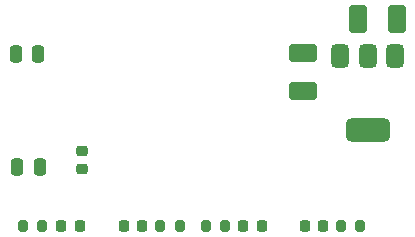
<source format=gbr>
%TF.GenerationSoftware,KiCad,Pcbnew,8.0.7*%
%TF.CreationDate,2025-04-18T18:12:16+03:00*%
%TF.ProjectId,PUBG_KEY,50554247-5f4b-4455-992e-6b696361645f,rev?*%
%TF.SameCoordinates,Original*%
%TF.FileFunction,Paste,Bot*%
%TF.FilePolarity,Positive*%
%FSLAX46Y46*%
G04 Gerber Fmt 4.6, Leading zero omitted, Abs format (unit mm)*
G04 Created by KiCad (PCBNEW 8.0.7) date 2025-04-18 18:12:16*
%MOMM*%
%LPD*%
G01*
G04 APERTURE LIST*
G04 Aperture macros list*
%AMRoundRect*
0 Rectangle with rounded corners*
0 $1 Rounding radius*
0 $2 $3 $4 $5 $6 $7 $8 $9 X,Y pos of 4 corners*
0 Add a 4 corners polygon primitive as box body*
4,1,4,$2,$3,$4,$5,$6,$7,$8,$9,$2,$3,0*
0 Add four circle primitives for the rounded corners*
1,1,$1+$1,$2,$3*
1,1,$1+$1,$4,$5*
1,1,$1+$1,$6,$7*
1,1,$1+$1,$8,$9*
0 Add four rect primitives between the rounded corners*
20,1,$1+$1,$2,$3,$4,$5,0*
20,1,$1+$1,$4,$5,$6,$7,0*
20,1,$1+$1,$6,$7,$8,$9,0*
20,1,$1+$1,$8,$9,$2,$3,0*%
G04 Aperture macros list end*
%ADD10RoundRect,0.250001X0.924999X-0.499999X0.924999X0.499999X-0.924999X0.499999X-0.924999X-0.499999X0*%
%ADD11RoundRect,0.225000X0.225000X0.250000X-0.225000X0.250000X-0.225000X-0.250000X0.225000X-0.250000X0*%
%ADD12RoundRect,0.200000X0.200000X0.275000X-0.200000X0.275000X-0.200000X-0.275000X0.200000X-0.275000X0*%
%ADD13RoundRect,0.250000X-0.250000X-0.475000X0.250000X-0.475000X0.250000X0.475000X-0.250000X0.475000X0*%
%ADD14RoundRect,0.375000X-0.375000X0.625000X-0.375000X-0.625000X0.375000X-0.625000X0.375000X0.625000X0*%
%ADD15RoundRect,0.500000X-1.400000X0.500000X-1.400000X-0.500000X1.400000X-0.500000X1.400000X0.500000X0*%
%ADD16RoundRect,0.250001X0.499999X0.924999X-0.499999X0.924999X-0.499999X-0.924999X0.499999X-0.924999X0*%
%ADD17RoundRect,0.225000X-0.250000X0.225000X-0.250000X-0.225000X0.250000X-0.225000X0.250000X0.225000X0*%
%ADD18RoundRect,0.225000X-0.225000X-0.250000X0.225000X-0.250000X0.225000X0.250000X-0.225000X0.250000X0*%
%ADD19RoundRect,0.200000X-0.200000X-0.275000X0.200000X-0.275000X0.200000X0.275000X-0.200000X0.275000X0*%
G04 APERTURE END LIST*
D10*
%TO.C,C2*%
X84255000Y-75915000D03*
X84255000Y-72665000D03*
%TD*%
D11*
%TO.C,C10*%
X70625000Y-87330000D03*
X69075000Y-87330000D03*
%TD*%
D12*
%TO.C,R7*%
X77660000Y-87330000D03*
X76010000Y-87330000D03*
%TD*%
D11*
%TO.C,C12*%
X85925000Y-87330000D03*
X84375000Y-87330000D03*
%TD*%
D13*
%TO.C,C6*%
X60060000Y-82330000D03*
X61960000Y-82330000D03*
%TD*%
D14*
%TO.C,U2*%
X87400000Y-72960000D03*
X89700000Y-72960000D03*
D15*
X89700000Y-79260000D03*
D14*
X92000000Y-72960000D03*
%TD*%
D16*
%TO.C,C1*%
X92170000Y-69860000D03*
X88920000Y-69860000D03*
%TD*%
D17*
%TO.C,C8*%
X65520000Y-80960000D03*
X65520000Y-82510000D03*
%TD*%
D18*
%TO.C,C11*%
X79175000Y-87330000D03*
X80725000Y-87330000D03*
%TD*%
D13*
%TO.C,C5*%
X59920000Y-72760000D03*
X61820000Y-72760000D03*
%TD*%
D19*
%TO.C,R6*%
X72135000Y-87330000D03*
X73785000Y-87330000D03*
%TD*%
D18*
%TO.C,C9*%
X63785000Y-87330000D03*
X65335000Y-87330000D03*
%TD*%
D12*
%TO.C,R5*%
X62155000Y-87330000D03*
X60505000Y-87330000D03*
%TD*%
D19*
%TO.C,R8*%
X87420000Y-87330000D03*
X89070000Y-87330000D03*
%TD*%
M02*

</source>
